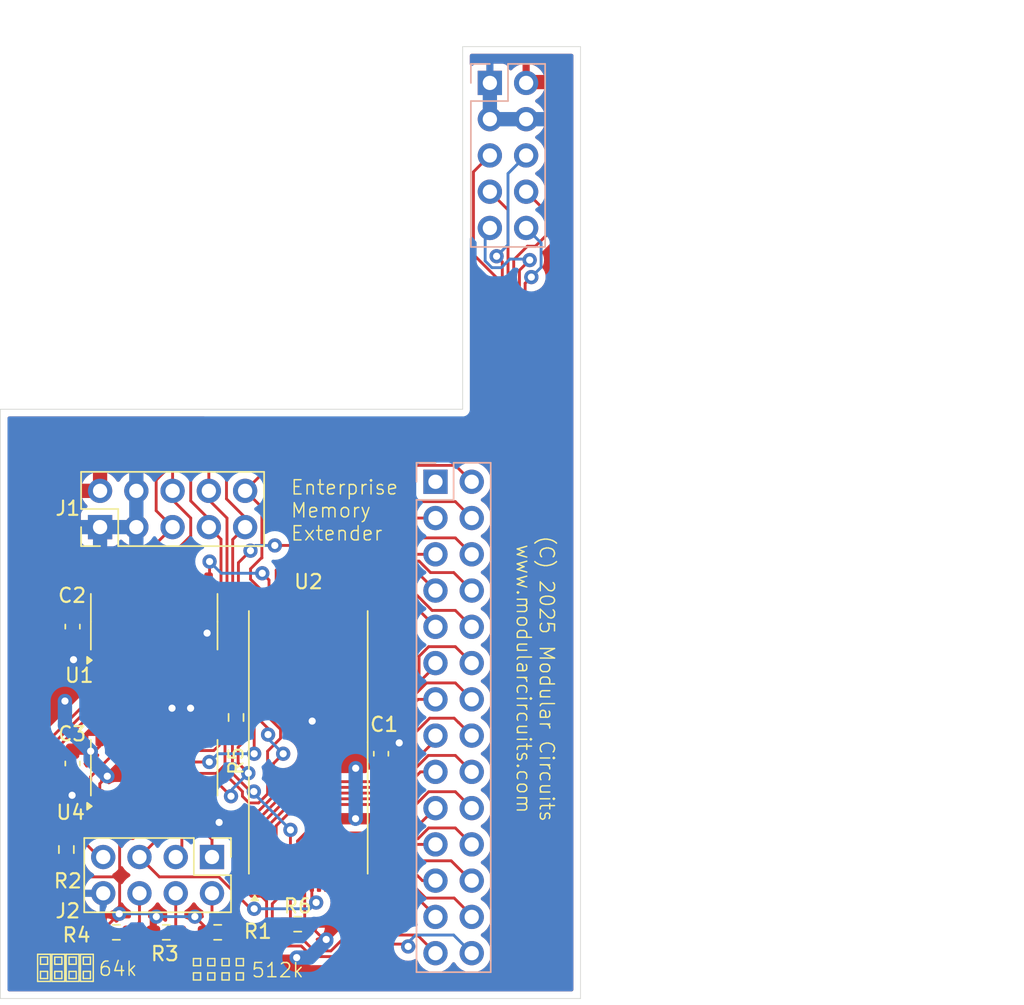
<source format=kicad_pcb>
(kicad_pcb (version 20240108) (generator "pcbnew") (generator_version "8.0")
  (layers (0 "F.Cu" signal) (31 "B.Cu" signal) (34 "B.Paste" user) (35 "F.Paste" user) (36 "B.SilkS" user "B.Silkscreen") (37 "F.SilkS" user "F.Silkscreen") (38 "B.Mask" user) (39 "F.Mask" user) (44 "Edge.Cuts" user))
  (net 0 "")
  (net 1 "GND")
  (net 2 "+5V")
  (net 3 "/A19")
  (net 4 "/~{WR}")
  (net 5 "/A16")
  (net 6 "/A17")
  (net 7 "/A18")
  (net 8 "/D6")
  (net 9 "/D7")
  (net 10 "/A1")
  (net 11 "/A10")
  (net 12 "/A15")
  (net 13 "/A4")
  (net 14 "/A8")
  (net 15 "/A14")
  (net 16 "/A20")
  (net 17 "/A11")
  (net 18 "/A0")
  (net 19 "/D1")
  (net 20 "/D3")
  (net 21 "/~{RD}")
  (net 22 "/A7")
  (net 23 "/D2")
  (net 24 "/D4")
  (net 25 "/A5")
  (net 26 "/D0")
  (net 27 "/D5")
  (net 28 "/A12")
  (net 29 "/A13")
  (net 30 "/A3")
  (net 31 "/A2")
  (net 32 "/A6")
  (net 33 "/A9")
  (net 34 "/A21")
  (net 35 "/~{MREQ}")
  (net 36 "/~{RFSH}")
  (net 37 "Net-(J2-Pin_2)")
  (net 38 "Net-(J2-Pin_1)")
  (net 39 "Net-(J2-Pin_7)")
  (net 40 "Net-(J2-Pin_4)")
  (net 41 "Net-(J2-Pin_6)")
  (net 42 "/~{CS}")
  (net 43 "Net-(U1-Pad6)")
  (net 45 "Net-(U1-Pad5)")
  (net 46 "/MA14")
  (footprint "Resistor_SMD:R_0603_1608Metric_Pad0.98x0.95mm_HandSolder" (layer "F.Cu") (at 153.959547 109.728 180)
    (property "Reference" "R6")
    (property "Value" "10k")
  )
  (footprint "mem_ext_board:TSOP-I-32_11-18.4x8mm_P0.5mm" (layer "F.Cu") (at 154.701547 96.9925 90)
    (property "Reference" "U2")
    (property "Value" "AS6C1008-xxT")
  )
  (footprint "Resistor_SMD:R_0603_1608Metric_Pad0.98x0.95mm_HandSolder" (layer "F.Cu") (at 148.356547 110.3)
    (property "Reference" "R1")
    (property "Value" "10k")
  )
  (footprint "Package_SO:SO-14_3.9x8.65mm_P1.27mm" (layer "F.Cu") (at 143.906547 88.5425 90)
    (property "Reference" "U1")
    (property "Value" "74LS30")
  )
  (footprint "Package_SO:SO-14_3.9x8.65mm_P1.27mm" (layer "F.Cu") (at 143.906547 98.7675 90)
    (property "Reference" "U4")
    (property "Value" "74LS86")
  )
  (footprint "Resistor_SMD:R_0603_1608Metric_Pad0.98x0.95mm_HandSolder" (layer "F.Cu") (at 149.641547 95.25 -90)
    (property "Reference" "R5")
    (property "Value" "0")
  )
  (footprint "Connector_PinHeader_2.54mm:PinHeader_2x04_P2.54mm_Vertical" (layer "F.Cu") (at 147.956547 105.025 -90)
    (property "Reference" "J2")
    (property "Value" "Conn_02x02_Odd_Even")
  )
  (footprint "Capacitor_SMD:C_0603_1608Metric_Pad1.08x0.95mm_HandSolder" (layer "F.Cu") (at 138.191547 88.885 -90)
    (property "Reference" "C2")
    (property "Value" "1u")
  )
  (footprint "Resistor_SMD:R_0603_1608Metric_Pad0.98x0.95mm_HandSolder" (layer "F.Cu") (at 137.756547 104.5 90)
    (property "Reference" "R2")
    (property "Value" "10k")
  )
  (footprint "Resistor_SMD:R_0603_1608Metric_Pad0.98x0.95mm_HandSolder" (layer "F.Cu") (at 141.256547 110.3)
    (property "Reference" "R4")
    (property "Value" "10k")
  )
  (footprint "Capacitor_SMD:C_0603_1608Metric_Pad1.08x0.95mm_HandSolder" (layer "F.Cu") (at 159.801547 97.79 90)
    (property "Reference" "C1")
    (property "Value" "1u")
  )
  (footprint "Resistor_SMD:R_0603_1608Metric_Pad0.98x0.95mm_HandSolder" (layer "F.Cu") (at 144.756547 110.3)
    (property "Reference" "R3")
    (property "Value" "10k")
  )
  (footprint "Capacitor_SMD:C_0603_1608Metric_Pad1.08x0.95mm_HandSolder" (layer "F.Cu") (at 138.191547 98.475 -90)
    (property "Reference" "C3")
    (property "Value" "1u")
  )
  (footprint "Connector_PinHeader_2.54mm:PinHeader_2x05_P2.54mm_Vertical" (layer "F.Cu") (at 140.116547 81.915 90)
    (property "Reference" "J1")
    (property "Value" "Conn_02x05_Odd_Even")
  )
  (footprint "Connector_PinSocket_2.54mm:PinSocket_2x05_P2.54mm_Vertical" (layer "B.Cu") (at 167.421547 50.8 180)
    (property "Reference" "J4" (hide yes))
    (property "Value" "Conn_02x05_Odd_Even")
  )
  (footprint "Connector_PinSocket_2.54mm:PinSocket_2x14_P2.54mm_Vertical" (layer "B.Cu") (at 163.611547 78.74 180)
    (property "Reference" "J3" (hide yes))
    (property "Value" "Conn_02x16_Row_Letter_First")
  )
  (gr_line (start 149.157547 113.638) (end 149.157547 113.138) (stroke (width 0.1)) (layer "F.SilkS"))
  (gr_line (start 147.157547 113.638) (end 147.157547 113.138) (stroke (width 0.1)) (layer "F.SilkS"))
  (gr_line (start 138.641547 113.738) (end 138.641547 111.838) (stroke (width 0.1)) (layer "F.SilkS"))
  (gr_line (start 137.941547 112.038) (end 137.941547 112.538) (stroke (width 0.1)) (layer "F.SilkS"))
  (gr_line (start 137.941547 112.538) (end 138.441547 112.538) (stroke (width 0.1)) (layer "F.SilkS"))
  (gr_line (start 147.657547 112.138) (end 147.657547 112.638) (stroke (width 0.1)) (layer "F.SilkS"))
  (gr_line (start 150.157547 113.138) (end 149.657547 113.138) (stroke (width 0.1)) (layer "F.SilkS"))
  (gr_line (start 138.941547 113.538) (end 139.441547 113.538) (stroke (width 0.1)) (layer "F.SilkS"))
  (gr_line (start 139.441547 112.038) (end 138.941547 112.038) (stroke (width 0.1)) (layer "F.SilkS"))
  (gr_line (start 139.441547 112.538) (end 139.441547 112.038) (stroke (width 0.1)) (layer "F.SilkS"))
  (gr_line (start 135.741547 113.738) (end 136.641547 113.738) (stroke (width 0.1)) (layer "F.SilkS"))
  (gr_line (start 137.741547 111.838) (end 137.741547 113.738) (stroke (width 0.1)) (layer "F.SilkS"))
  (gr_line (start 135.941547 112.538) (end 136.441547 112.538) (stroke (width 0.1)) (layer "F.SilkS"))
  (gr_line (start 147.157547 113.138) (end 146.657547 113.138) (stroke (width 0.1)) (layer "F.SilkS"))
  (gr_line (start 138.441547 113.538) (end 138.441547 113.038) (stroke (width 0.1)) (layer "F.SilkS"))
  (gr_line (start 137.441547 112.038) (end 136.941547 112.038) (stroke (width 0.1)) (layer "F.SilkS"))
  (gr_line (start 137.941547 113.538) (end 138.441547 113.538) (stroke (width 0.1)) (layer "F.SilkS"))
  (gr_line (start 138.441547 112.038) (end 137.941547 112.038) (stroke (width 0.1)) (layer "F.SilkS"))
  (gr_line (start 136.741547 113.738) (end 137.641547 113.738) (stroke (width 0.1)) (layer "F.SilkS"))
  (gr_line (start 135.941547 112.038) (end 135.941547 112.538) (stroke (width 0.1)) (layer "F.SilkS"))
  (gr_line (start 139.641547 111.838) (end 138.741547 111.838) (stroke (width 0.1)) (layer "F.SilkS"))
  (gr_line (start 149.157547 112.638) (end 149.157547 112.138) (stroke (width 0.1)) (layer "F.SilkS"))
  (gr_line (start 150.157547 113.638) (end 150.157547 113.138) (stroke (width 0.1)) (layer "F.SilkS"))
  (gr_line (start 147.157547 112.138) (end 146.657547 112.138) (stroke (width 0.1)) (layer "F.SilkS"))
  (gr_line (start 146.657547 112.638) (end 147.157547 112.638) (stroke (width 0.1)) (layer "F.SilkS"))
  (gr_line (start 147.657547 112.638) (end 148.157547 112.638) (stroke (width 0.1)) (layer "F.SilkS"))
  (gr_line (start 138.941547 112.538) (end 139.441547 112.538) (stroke (width 0.1)) (layer "F.SilkS"))
  (gr_line (start 138.741547 113.738) (end 139.641547 113.738) (stroke (width 0.1)) (layer "F.SilkS"))
  (gr_line (start 138.741547 111.838) (end 138.741547 113.738) (stroke (width 0.1)) (layer "F.SilkS"))
  (gr_line (start 147.157547 112.638) (end 147.157547 112.138) (stroke (width 0.1)) (layer "F.SilkS"))
  (gr_line (start 135.941547 113.538) (end 136.441547 113.538) (stroke (width 0.1)) (layer "F.SilkS"))
  (gr_line (start 139.441547 113.038) (end 138.941547 113.038) (stroke (width 0.1)) (layer "F.SilkS"))
  (gr_line (start 149.657547 112.638) (end 150.157547 112.638) (stroke (width 0.1)) (layer "F.SilkS"))
  (gr_line (start 136.441547 112.538) (end 136.441547 112.038) (stroke (width 0.1)) (layer "F.SilkS"))
  (gr_line (start 137.441547 113.538) (end 137.441547 113.038) (stroke (width 0.1)) (layer "F.SilkS"))
  (gr_line (start 136.641547 111.838) (end 135.741547 111.838) (stroke (width 0.1)) (layer "F.SilkS"))
  (gr_line (start 137.941547 113.038) (end 137.941547 113.538) (stroke (width 0.1)) (layer "F.SilkS"))
  (gr_line (start 148.157547 113.138) (end 147.657547 113.138) (stroke (width 0.1)) (layer "F.SilkS"))
  (gr_line (start 149.657547 113.138) (end 149.657547 113.638) (stroke (width 0.1)) (layer "F.SilkS"))
  (gr_line (start 135.941547 113.038) (end 135.941547 113.538) (stroke (width 0.1)) (layer "F.SilkS"))
  (gr_line (start 137.441547 112.538) (end 137.441547 112.038) (stroke (width 0.1)) (layer "F.SilkS"))
  (gr_line (start 147.657547 113.638) (end 148.157547 113.638) (stroke (width 0.1)) (layer "F.SilkS"))
  (gr_line (start 149.157547 112.138) (end 148.657547 112.138) (stroke (width 0.1)) (layer "F.SilkS"))
  (gr_line (start 136.741547 111.838) (end 136.741547 113.738) (stroke (width 0.1)) (layer "F.SilkS"))
  (gr_line (start 136.941547 113.038) (end 136.941547 113.538) (stroke (width 0.1)) (layer "F.SilkS"))
  (gr_line (start 138.441547 112.538) (end 138.441547 112.038) (stroke (width 0.1)) (layer "F.SilkS"))
  (gr_line (start 149.657547 112.138) (end 149.657547 112.638) (stroke (width 0.1)) (layer "F.SilkS"))
  (gr_line (start 147.657547 113.138) (end 147.657547 113.638) (stroke (width 0.1)) (layer "F.SilkS"))
  (gr_line (start 138.941547 113.038) (end 138.941547 113.538) (stroke (width 0.1)) (layer "F.SilkS"))
  (gr_line (start 138.941547 112.038) (end 138.941547 112.538) (stroke (width 0.1)) (layer "F.SilkS"))
  (gr_line (start 137.741547 113.738) (end 138.641547 113.738) (stroke (width 0.1)) (layer "F.SilkS"))
  (gr_line (start 148.157547 112.138) (end 147.657547 112.138) (stroke (width 0.1)) (layer "F.SilkS"))
  (gr_line (start 136.641547 113.738) (end 136.641547 111.838) (stroke (width 0.1)) (layer "F.SilkS"))
  (gr_line (start 148.157547 112.638) (end 148.157547 112.138) (stroke (width 0.1)) (layer "F.SilkS"))
  (gr_line (start 139.641547 113.738) (end 139.641547 111.838) (stroke (width 0.1)) (layer "F.SilkS"))
  (gr_line (start 148.657547 112.138) (end 148.657547 112.638) (stroke (width 0.1)) (layer "F.SilkS"))
  (gr_line (start 150.157547 112.138) (end 149.657547 112.138) (stroke (width 0.1)) (layer "F.SilkS"))
  (gr_line (start 137.641547 111.838) (end 136.741547 111.838) (stroke (width 0.1)) (layer "F.SilkS"))
  (gr_line (start 136.441547 112.038) (end 135.941547 112.038) (stroke (width 0.1)) (layer "F.SilkS"))
  (gr_line (start 139.441547 113.538) (end 139.441547 113.038) (stroke (width 0.1)) (layer "F.SilkS"))
  (gr_line (start 136.941547 112.038) (end 136.941547 112.538) (stroke (width 0.1)) (layer "F.SilkS"))
  (gr_line (start 149.657547 113.638) (end 150.157547 113.638) (stroke (width 0.1)) (layer "F.SilkS"))
  (gr_line (start 135.741547 111.838) (end 135.741547 113.738) (stroke (width 0.1)) (layer "F.SilkS"))
  (gr_line (start 136.941547 112.538) (end 137.441547 112.538) (stroke (width 0.1)) (layer "F.SilkS"))
  (gr_line (start 148.657547 113.638) (end 149.157547 113.638) (stroke (width 0.1)) (layer "F.SilkS"))
  (gr_line (start 138.441547 113.038) (end 137.941547 113.038) (stroke (width 0.1)) (layer "F.SilkS"))
  (gr_line (start 137.441547 113.038) (end 136.941547 113.038) (stroke (width 0.1)) (layer "F.SilkS"))
  (gr_line (start 146.657547 113.638) (end 147.157547 113.638) (stroke (width 0.1)) (layer "F.SilkS"))
  (gr_line (start 149.157547 113.138) (end 148.657547 113.138) (stroke (width 0.1)) (layer "F.SilkS"))
  (gr_line (start 146.657547 113.138) (end 146.657547 113.638) (stroke (width 0.1)) (layer "F.SilkS"))
  (gr_line (start 138.641547 111.838) (end 137.741547 111.838) (stroke (width 0.1)) (layer "F.SilkS"))
  (gr_line (start 148.657547 113.138) (end 148.657547 113.638) (stroke (width 0.1)) (layer "F.SilkS"))
  (gr_line (start 150.157547 112.638) (end 150.157547 112.138) (stroke (width 0.1)) (layer "F.SilkS"))
  (gr_line (start 148.657547 112.638) (end 149.157547 112.638) (stroke (width 0.1)) (layer "F.SilkS"))
  (gr_line (start 136.441547 113.038) (end 135.941547 113.038) (stroke (width 0.1)) (layer "F.SilkS"))
  (gr_line (start 136.941547 113.538) (end 137.441547 113.538) (stroke (width 0.1)) (layer "F.SilkS"))
  (gr_line (start 137.641547 113.738) (end 137.641547 111.838) (stroke (width 0.1)) (layer "F.SilkS"))
  (gr_line (start 146.657547 112.138) (end 146.657547 112.638) (stroke (width 0.1)) (layer "F.SilkS"))
  (gr_line (start 148.157547 113.638) (end 148.157547 113.138) (stroke (width 0.1)) (layer "F.SilkS"))
  (gr_line (start 136.441547 113.538) (end 136.441547 113.038) (stroke (width 0.1)) (layer "F.SilkS"))
  (gr_line (start 165.516547 73.66) (end 165.516547 48.26) (stroke (width 0.05)) (layer "Edge.Cuts"))
  (gr_line (start 173.771547 48.26) (end 173.771547 114.935) (stroke (width 0.05)) (layer "Edge.Cuts"))
  (gr_line (start 165.516547 48.26) (end 173.771547 48.26) (stroke (width 0.05)) (layer "Edge.Cuts"))
  (gr_line (start 165.516547 73.66) (end 133.131547 73.66) (stroke (width 0.05)) (layer "Edge.Cuts"))
  (gr_line (start 173.771547 114.935) (end 133.131547 114.935) (stroke (width 0.05)) (layer "Edge.Cuts"))
  (gr_line (start 133.131547 73.66) (end 133.131547 114.935) (stroke (width 0.05)) (layer "Edge.Cuts"))
  (gr_text "(C) 2025 Modular Circuits\nwww.modularcircuits.com" (at 169.211547 92.54 270) (layer "F.SilkS") (effects (font (size 1 1) (thickness 0.1)) (justify bottom)))
  (gr_text "512k" (at 150.657547 113.538 0) (layer "F.SilkS") (effects (font (size 1 1) (thickness 0.1)) (justify left bottom)))
  (gr_text "Enterprise\nMemory\nExtender" (at 153.411547 82.94 0) (layer "F.SilkS") (effects (font (size 1 1) (thickness 0.1)) (justify left bottom)))
  (gr_text "64k" (at 139.941547 113.438 0) (layer "F.SilkS") (effects (font (size 1 1) (thickness 0.1)) (justify left bottom)))
  (segment (start 147.716547 101.86) (end 148.456547 102.6) (width 0.2) (layer "F.Cu") (net 1))
  (segment (start 161.071547 97.028) (end 160.971047 96.9275) (width 0.2) (layer "F.Cu") (net 1))
  (segment (start 138.191547 99.3375) (end 138.191547 100.665) (width 0.2) (layer "F.Cu") (net 1))
  (segment (start 138.191547 91.135) (end 138.256547 91.2) (width 0.2) (layer "F.Cu") (net 1))
  (segment (start 147.716547 89.445) (end 147.716547 91.0175) (width 0.2) (layer "F.Cu") (net 1))
  (segment (start 154.966346 95.494799) (end 154.975547 95.504) (width 0.2) (layer "F.Cu") (net 1))
  (segment (start 146.446547 96.2925) (end 146.446547 94.61) (width 0.2) (layer "F.Cu") (net 1))
  (segment (start 147.716547 101.2425) (end 147.716547 101.86) (width 0.2) (layer "F.Cu") (net 1))
  (segment (start 147.611547 89.34) (end 147.716547 89.445) (width 0.2) (layer "F.Cu") (net 1))
  (segment (start 154.966346 93.80858) (end 154.966346 87.319799) (width 0.2) (layer "F.Cu") (net 1))
  (segment (start 154.966346 93.80858) (end 154.966346 95.494799) (width 0.2) (layer "F.Cu") (net 1))
  (segment (start 160.971047 96.9275) (end 159.801547 96.9275) (width 0.2) (layer "F.Cu") (net 1))
  (segment (start 146.446547 94.61) (end 146.456547 94.6) (width 0.2) (layer "F.Cu") (net 1))
  (segment (start 138.191547 100.665) (end 138.156547 100.7) (width 0.2) (layer "F.Cu") (net 1))
  (segment (start 154.966346 87.319799) (end 154.951547 87.305) (width 0.2) (layer "F.Cu") (net 1))
  (segment (start 138.191547 89.7475) (end 138.191547 91.135) (width 0.2) (layer "F.Cu") (net 1))
  (segment (start 145.176547 94.62) (end 145.156547 94.6) (width 0.2) (layer "F.Cu") (net 1))
  (segment (start 145.176547 96.2925) (end 145.176547 94.62) (width 0.2) (layer "F.Cu") (net 1))
  (via (at 138.156547 100.7) (size 1) (drill 0.5) (layers "F.Cu" "B.Cu") (net 1))
  (via (at 161.071547 97.028) (size 1) (drill 0.5) (layers "F.Cu" "B.Cu") (net 1))
  (via (at 146.456547 94.6) (size 1) (drill 0.5) (layers "F.Cu" "B.Cu") (net 1))
  (via (at 138.256547 91.2) (size 1) (drill 0.5) (layers "F.Cu" "B.Cu") (net 1))
  (via (at 154.975547 95.504) (size 1) (drill 0.5) (layers "F.Cu" "B.Cu") (net 1))
  (via (at 147.611547 89.34) (size 1) (drill 0.5) (layers "F.Cu" "B.Cu") (net 1))
  (via (at 148.456547 102.6) (size 1) (drill 0.5) (layers "F.Cu" "B.Cu") (net 1))
  (via (at 145.156547 94.6) (size 1) (drill 0.5) (layers "F.Cu" "B.Cu") (net 1))
  (segment (start 142.656547 79.375) (end 142.656547 76.835) (width 1) (layer "B.Cu") (net 1))
  (segment (start 140.116547 81.915) (end 137.576547 81.915) (width 1) (layer "B.Cu") (net 1))
  (segment (start 142.656547 79.375) (end 142.656547 81.915) (width 1) (layer "B.Cu") (net 1))
  (segment (start 167.421547 53.34) (end 172.011547 53.34) (width 1) (layer "B.Cu") (net 1))
  (segment (start 140.116547 81.915) (end 140.116547 83.82) (width 1) (layer "B.Cu") (net 1))
  (segment (start 167.421547 50.8) (end 167.421547 53.34) (width 1) (layer "B.Cu") (net 1))
  (segment (start 142.656547 81.915) (end 140.116547 81.915) (width 1) (layer "B.Cu") (net 1))
  (segment (start 142.656547 81.915) (end 142.656547 83.82) (width 1) (layer "B.Cu") (net 1))
  (segment (start 155.956547 110.8) (end 155.793547 110.8) (width 0.2) (layer "F.Cu") (net 2))
  (segment (start 154.451547 109.458) (end 154.975547 109.982) (width 0.2) (layer "F.Cu") (net 2))
  (segment (start 140.096547 97.26) (end 140.096547 96.2925) (width 0.2) (layer "F.Cu") (net 2))
  (segment (start 147.444047 110.3) (end 147.444047 109.8875) (width 0.2) (layer "F.Cu") (net 2))
  (segment (start 141.456547 109) (end 141.456547 108.685) (width 0.2) (layer "F.Cu") (net 2))
  (segment (start 141.486547 106.79) (end 141.486547 108.97) (width 0.2) (layer "F.Cu") (net 2))
  (segment (start 139.744047 97.6125) (end 140.096547 97.26) (width 0.2) (layer "F.Cu") (net 2))
  (segment (start 140.096547 102.34) (end 141.486547 103.73) (width 0.2) (layer "F.Cu") (net 2))
  (segment (start 143.906547 101.2425) (end 143.906547 102.25) (width 0.2) (layer "F.Cu") (net 2))
  (segment (start 143.906547 102.25) (end 142.426547 103.73) (width 0.2) (layer "F.Cu") (net 2))
  (segment (start 170.021547 50.74) (end 172.111547 50.74) (width 1) (layer "F.Cu") (net 2))
  (segment (start 140.344047 110.3) (end 140.344047 110.1125) (width 0.2) (layer "F.Cu") (net 2))
  (segment (start 139.434047 88.0225) (end 140.096547 87.36) (width 0.2) (layer "F.Cu") (net 2))
  (segment (start 158.021547 98.806) (end 158.175047 98.6525) (width 0.2) (layer "F.Cu") (net 2))
  (segment (start 140.096547 99.891372) (end 140.622233 99.365686) (width 0.2) (layer "F.Cu") (net 2))
  (segment (start 141.486547 108.97) (end 141.456547 109) (width 0.2) (layer "F.Cu") (net 2))
  (segment (start 155.793547 110.8) (end 154.975547 109.982) (width 0.2) (layer "F.Cu") (net 2))
  (segment (start 141.111547 106.415) (end 141.486547 106.79) (width 0.2) (layer "F.Cu") (net 2))
  (segment (start 140.116547 79.375) (end 140.116547 76.835) (width 1) (layer "F.Cu") (net 2))
  (segment (start 140.344047 110.1125) (end 141.456547 109) (width 0.2) (layer "F.Cu") (net 2))
  (segment (start 158.011547 102.34) (end 156.775547 102.34) (width 0.2) (layer "F.Cu") (net 2))
  (segment (start 138.191547 97.6125) (end 139.744047 97.6125) (width 0.2) (layer "F.Cu") (net 2))
  (segment (start 154.451547 106.68) (end 154.451547 109.458) (width 0.2) (layer "F.Cu") (net 2))
  (segment (start 140.096547 87.36) (end 140.096547 86.0675) (width 0.2) (layer "F.Cu") (net 2))
  (segment (start 143.844047 110.3) (end 143.844047 109.4125) (width 0.2) (layer "F.Cu") (net 2))
  (segment (start 169.961547 50.8) (end 170.021547 50.74) (width 1) (layer "F.Cu") (net 2))
  (segment (start 154.451547 104.664) (end 154.451547 106.68) (width 0.2) (layer "F.Cu") (net 2))
  (segment (start 158.175047 98.6525) (end 159.801547 98.6525) (width 0.2) (layer "F.Cu") (net 2))
  (segment (start 147.444047 109.8875) (end 146.756547 109.2) (width 0.2) (layer "F.Cu") (net 2))
  (segment (start 138.759047 106.415) (end 141.111547 106.415) (width 0.2) (layer "F.Cu") (net 2))
  (segment (start 140.116547 79.375) (end 136.941547 79.375) (width 1) (layer "F.Cu") (net 2))
  (segment (start 138.191547 88.0225) (end 139.434047 88.0225) (width 0.2) (layer "F.Cu") (net 2))
  (segment (start 137.756547 105.4125) (end 138.759047 106.415) (width 0.2) (layer "F.Cu") (net 2))
  (segment (start 143.844047 109.4125) (end 144.056547 109.2) (width 0.2) (layer "F.Cu") (net 2))
  (segment (start 140.096547 91.0175) (end 140.096547 88.685) (width 0.2) (layer "F.Cu") (net 2))
  (segment (start 141.111547 106.415) (end 141.486547 106.04) (width 0.2) (layer "F.Cu") (net 2))
  (segment (start 141.486547 103.73) (end 141.486547 106.04) (width 0.2) (layer "F.Cu") (net 2))
  (segment (start 156.775547 102.34) (end 154.451547 104.664) (width 0.2) (layer "F.Cu") (net 2))
  (segment (start 140.096547 101.2425) (end 140.096547 99.891372) (width 0.2) (layer "F.Cu") (net 2))
  (segment (start 142.426547 103.73) (end 141.486547 103.73) (width 0.2) (layer "F.Cu") (net 2))
  (segment (start 140.096547 101.2425) (end 140.096547 102.34) (width 0.2) (layer "F.Cu") (net 2))
  (segment (start 140.096547 88.685) (end 139.434047 88.0225) (width 0.2) (layer "F.Cu") (net 2))
  (via (at 158.011547 102.34) (size 1) (drill 0.5) (layers "F.Cu" "B.Cu") (net 2))
  (via (at 141.456547 109) (size 1) (drill 0.5) (layers "F.Cu" "B.Cu") (net 2))
  (via (at 144.056547 109.2) (size 1) (drill 0.5) (layers "F.Cu" "B.Cu") (net 2))
  (via (at 140.622233 99.365686) (size 1) (drill 0.5) (layers "F.Cu" "B.Cu") (net 2))
  (via (at 155.956547 110.8) (size 1) (drill 0.5) (layers "F.Cu" "B.Cu") (net 2))
  (via (at 139.456547 97.6125) (size 1) (drill 0.5) (layers "F.Cu" "B.Cu") (net 2))
  (via (at 137.656547 94.1) (size 1) (drill 0.5) (layers "F.Cu" "B.Cu") (net 2))
  (via (at 146.756547 109.2) (size 1) (drill 0.5) (layers "F.Cu" "B.Cu") (net 2))
  (via (at 158.021547 98.806) (size 1) (drill 0.5) (layers "F.Cu" "B.Cu") (net 2))
  (via (at 153.888406 112.068141) (size 1) (drill 0.5) (layers "F.Cu" "B.Cu") (net 2))
  (segment (start 153.888406 112.068141) (end 154.788406 112.068141) (width 1) (layer "B.Cu") (net 2))
  (segment (start 139.456547 97.6125) (end 139.456547 98.2) (width 1) (layer "B.Cu") (net 2))
  (segment (start 137.656547 95.8125) (end 137.656547 94.1) (width 1) (layer "B.Cu") (net 2))
  (segment (start 139.456547 97.6125) (end 137.656547 95.8125) (width 1) (layer "B.Cu") (net 2))
  (segment (start 154.788406 112.068141) (end 155.956547 110.9) (width 1) (layer "B.Cu") (net 2))
  (segment (start 139.456547 98.2) (end 140.622233 99.365686) (width 1) (layer "B.Cu") (net 2))
  (segment (start 146.756547 109.2) (end 144.056547 109.2) (width 0.2) (layer "B.Cu") (net 2))
  (segment (start 158.011547 102.34) (end 158.021547 102.33) (width 1) (layer "B.Cu") (net 2))
  (segment (start 155.956547 110.9) (end 155.956547 110.8) (width 1) (layer "B.Cu") (net 2))
  (segment (start 143.856547 109) (end 144.056547 109.2) (width 0.2) (layer "B.Cu") (net 2))
  (segment (start 141.456547 109) (end 143.856547 109) (width 0.2) (layer "B.Cu") (net 2))
  (segment (start 158.021547 102.33) (end 158.021547 98.806) (width 1) (layer "B.Cu") (net 2))
  (segment (start 148.586547 91.987) (end 148.586547 92.556592) (width 0.2) (layer "F.Cu") (net 3))
  (segment (start 146.466547 78.105) (end 148.841547 75.73) (width 0.2) (layer "F.Cu") (net 3))
  (segment (start 148.086047 97.5675) (end 143.323047 97.5675) (width 0.2) (layer "F.Cu") (net 3))
  (segment (start 148.841547 75.73) (end 166.125175 75.73) (width 0.2) (layer "F.Cu") (net 3))
  (segment (start 148.466547 92.676592) (end 148.466547 97.187) (width 0.2) (layer "F.Cu") (net 3))
  (segment (start 147.736547 81.349314) (end 146.466547 80.079314) (width 0.2) (layer "F.Cu") (net 3))
  (segment (start 147.736547 81.915) (end 148.586547 82.765) (width 0.2) (layer "F.Cu") (net 3))
  (segment (start 168.691547 59.69) (end 167.421547 58.42) (width 0.2) (layer "F.Cu") (net 3))
  (segment (start 142.636547 96.881) (end 142.636547 96.2925) (width 0.2) (layer "F.Cu") (net 3))
  (segment (start 168.691547 73.163628) (end 168.691547 59.69) (width 0.2) (layer "F.Cu") (net 3))
  (segment (start 166.125175 75.73) (end 168.691547 73.163628) (width 0.2) (layer "F.Cu") (net 3))
  (segment (start 148.586547 82.765) (end 148.586547 91.987) (width 0.2) (layer "F.Cu") (net 3))
  (segment (start 146.466547 80.079314) (end 146.466547 78.105) (width 0.2) (layer "F.Cu") (net 3))
  (segment (start 148.466547 97.187) (end 148.086047 97.5675) (width 0.2) (layer "F.Cu") (net 3))
  (segment (start 147.736547 81.915) (end 147.736547 81.349314) (width 0.2) (layer "F.Cu") (net 3))
  (segment (start 143.323047 97.5675) (end 142.636547 96.881) (width 0.2) (layer "F.Cu") (net 3))
  (segment (start 148.586547 92.556592) (end 148.466547 92.676592) (width 0.2) (layer "F.Cu") (net 3))
  (segment (start 152.181547 110.267222) (end 152.181547 108.299314) (width 0.2) (layer "F.Cu") (net 4))
  (segment (start 154.364435 110.847112) (end 152.761437 110.847112) (width 0.2) (layer "F.Cu") (net 4))
  (segment (start 156.287918 111.6) (end 155.117323 111.6) (width 0.2) (layer "F.Cu") (net 4))
  (segment (start 152.761437 110.847112) (end 152.181547 110.267222) (width 0.2) (layer "F.Cu") (net 4))
  (segment (start 152.181547 108.299314) (end 152.951547 107.529314) (width 0.2) (layer "F.Cu") (net 4))
  (segment (start 157.397918 110.49) (end 156.287918 111.6) (width 0.2) (layer "F.Cu") (net 4))
  (segment (start 163.611547 111.76) (end 162.341547 110.49) (width 0.2) (layer "F.Cu") (net 4))
  (segment (start 162.341547 110.49) (end 157.397918 110.49) (width 0.2) (layer "F.Cu") (net 4))
  (segment (start 155.117323 111.6) (end 154.364435 110.847112) (width 0.2) (layer "F.Cu") (net 4))
  (segment (start 152.951547 107.529314) (end 152.951547 106.68) (width 0.2) (layer "F.Cu") (net 4))
  (segment (start 145.876048 99.568) (end 149.222054 99.568) (width 0.2) (layer "F.Cu") (net 5))
  (segment (start 151.851547 97.612) (end 152.756547 96.707) (width 0.2) (layer "F.Cu") (net 5))
  (segment (start 150.657547 85.566) (end 151.451547 86.36) (width 0.2) (layer "F.Cu") (net 5))
  (segment (start 150.657547 84.836) (end 150.657547 85.566) (width 0.2) (layer "F.Cu") (net 5))
  (segment (start 166.621547 77) (end 152.651547 77) (width 0.2) (layer "F.Cu") (net 5))
  (segment (start 169.891547 73.73) (end 166.621547 77) (width 0.2) (layer "F.Cu") (net 5))
  (segment (start 150.296547 79.375) (end 151.451547 80.53) (width 0.2) (layer "F.Cu") (net 5))
  (segment (start 152.756547 96.707) (end 152.756547 96.079) (width 0.2) (layer "F.Cu") (net 5))
  (segment (start 151.419547 84.074) (end 150.657547 84.836) (width 0.2) (layer "F.Cu") (net 5))
  (segment (start 145.176547 100.267501) (end 145.876048 99.568) (width 0.2) (layer "F.Cu") (net 5))
  (segment (start 145.176547 101.2425) (end 145.176547 100.267501) (width 0.2) (layer "F.Cu") (net 5))
  (segment (start 151.851547 100.604999) (end 151.851547 97.612) (width 0.2) (layer "F.Cu") (net 5))
  (segment (start 150.55699 101.236814) (end 151.219732 101.236814) (width 0.2) (layer "F.Cu") (net 5))
  (segment (start 170.325972 64.401857) (end 169.891547 64.836282) (width 0.2) (layer "F.Cu") (net 5))
  (segment (start 151.451547 86.36) (end 151.451547 87.305) (width 0.2) (layer "F.Cu") (net 5))
  (segment (start 151.451547 80.53) (end 151.451547 84.074) (width 0.2) (layer "F.Cu") (net 5))
  (segment (start 150.088361 100.768185) (end 150.55699 101.236814) (width 0.2) (layer "F.Cu") (net 5))
  (segment (start 151.219732 101.236814) (end 151.851547 100.604999) (width 0.2) (layer "F.Cu") (net 5))
  (segment (start 151.451547 94.774) (end 151.451547 87.305) (width 0.2) (layer "F.Cu") (net 5))
  (segment (start 151.451547 84.074) (end 151.419547 84.074) (width 0.2) (layer "F.Cu") (net 5))
  (segment (start 149.222054 99.568) (end 150.088361 100.434307) (width 0.2) (layer "F.Cu") (net 5))
  (segment (start 169.891547 64.836282) (end 169.891547 73.73) (width 0.2) (layer "F.Cu") (net 5))
  (segment (start 150.088361 100.434307) (end 150.088361 100.768185) (width 0.2) (layer "F.Cu") (net 5))
  (segment (start 152.756547 96.079) (end 151.451547 94.774) (width 0.2) (layer "F.Cu") (net 5))
  (segment (start 152.651547 77) (end 150.276547 79.375) (width 0.2) (layer "F.Cu") (net 5))
  (segment (start 150.276547 79.375) (end 150.296547 79.375) (width 0.2) (layer "F.Cu") (net 5))
  (via (at 170.325972 64.401857) (size 1) (drill 0.5) (layers "F.Cu" "B.Cu") (net 5))
  (segment (start 171.009733 62.008186) (end 169.961547 60.96) (width 0.2) (layer "B.Cu") (net 5))
  (segment (start 170.325972 64.401857) (end 171.009733 63.718096) (width 0.2) (layer "B.Cu") (net 5))
  (segment (start 171.009733 63.718096) (end 171.009733 62.008186) (width 0.2) (layer "B.Cu") (net 5))
  (segment (start 150.416547 96.701361) (end 150.416547 95.683278) (width 0.2) (layer "F.Cu") (net 6))
  (segment (start 148.97189 79.936689) (end 150.276547 81.241346) (width 0.2) (layer "F.Cu") (net 6))
  (segment (start 150.394047 76.6) (end 148.97189 78.022157) (width 0.2) (layer "F.Cu") (net 6))
  (segment (start 150.276547 81.915) (end 149.406547 82.785) (width 0.2) (layer "F.Cu") (net 6))
  (segment (start 149.787547 97.330361) (end 150.416547 96.701361) (width 0.2) (layer "F.Cu") (net 6))
  (segment (start 149.406547 92.867963) (end 149.641547 93.102963) (width 0.2) (layer "F.Cu") (net 6))
  (segment (start 150.501357 99.147752) (end 149.787547 98.433942) (width 0.2) (layer "F.Cu") (net 6))
  (segment (start 166.386547 76.6) (end 150.394047 76.6) (width 0.2) (layer "F.Cu") (net 6))
  (segment (start 148.97189 78.022157) (end 148.97189 79.936689) (width 0.2) (layer "F.Cu") (net 6))
  (segment (start 149.288361 100.765678) (end 148.490183 99.9675) (width 0.2) (layer "F.Cu") (net 6))
  (segment (start 150.276547 81.241346) (end 150.276547 81.915) (width 0.2) (layer "F.Cu") (net 6))
  (segment (start 169.491547 73.495) (end 166.386547 76.6) (width 0.2) (layer "F.Cu") (net 6))
  (segment (start 149.641547 93.102963) (end 149.641547 94.3375) (width 0.2) (layer "F.Cu") (net 6))
  (segment (start 149.641547 94.908278) (end 149.641547 94.3375) (width 0.2) (layer "F.Cu") (net 6))
  (segment (start 150.416547 95.683278) (end 149.641547 94.908278) (width 0.2) (layer "F.Cu") (net 6))
  (segment (start 149.406547 82.785) (end 149.406547 92.867963) (width 0.2) (layer "F.Cu") (net 6))
  (segment (start 169.491547 63.925685) (end 169.491547 73.495) (width 0.2) (layer "F.Cu") (net 6))
  (segment (start 145.846547 100.226948) (end 145.846547 104.595) (width 0.2) (layer "F.Cu") (net 6))
  (segment (start 146.105995 99.9675) (end 145.846547 100.226948) (width 0.2) (layer "F.Cu") (net 6))
  (segment (start 149.787547 98.433942) (end 149.787547 97.330361) (width 0.2) (layer "F.Cu") (net 6))
  (segment (start 148.490183 99.9675) (end 146.105995 99.9675) (width 0.2) (layer "F.Cu") (net 6))
  (segment (start 170.209734 63.207498) (end 169.491547 63.925685) (width 0.2) (layer "F.Cu") (net 6))
  (segment (start 145.846547 104.595) (end 145.416547 105.025) (width 0.2) (layer "F.Cu") (net 6))
  (via (at 150.501357 99.147752) (size 1) (drill 0.5) (layers "F.Cu" "B.Cu") (net 6))
  (via (at 170.209734 63.207498) (size 1) (drill 0.5) (layers "F.Cu" "B.Cu") (net 6))
  (via (at 149.288361 100.765678) (size 1) (drill 0.5) (layers "F.Cu" "B.Cu") (net 6))
  (segment (start 167.560176 63.74) (end 167.091547 63.271371) (width 0.2) (layer "B.Cu") (net 6))
  (segment (start 168.822918 63.14) (end 168.222918 63.74) (width 0.2) (layer "B.Cu") (net 6))
  (segment (start 170.209734 63.207498) (end 170.142236 63.14) (width 0.2) (layer "B.Cu") (net 6))
  (segment (start 170.142236 63.14) (end 168.822918 63.14) (width 0.2) (layer "B.Cu") (net 6))
  (segment (start 167.091547 61.29) (end 167.421547 60.96) (width 0.2) (layer "B.Cu") (net 6))
  (segment (start 150.501357 99.147752) (end 149.387547 100.261562) (width 0.2) (layer "B.Cu") (net 6))
  (segment (start 167.091547 63.271371) (end 167.091547 61.29) (width 0.2) (layer "B.Cu") (net 6))
  (segment (start 149.387547 100.666492) (end 149.288361 100.765678) (width 0.2) (layer "B.Cu") (net 6))
  (segment (start 149.387547 100.261562) (end 149.387547 100.666492) (width 0.2) (layer "B.Cu") (net 6))
  (segment (start 168.222918 63.74) (end 167.560176 63.74) (width 0.2) (layer "B.Cu") (net 6))
  (segment (start 166.220861 76.2) (end 169.091547 73.329314) (width 0.2) (layer "F.Cu") (net 7))
  (segment (start 149.006547 76.2) (end 166.220861 76.2) (width 0.2) (layer "F.Cu") (net 7))
  (segment (start 150.667329 108.649436) (end 148.432893 106.415) (width 0.2) (layer "F.Cu") (net 7))
  (segment (start 169.091547 63.194314) (end 170.045861 62.24) (width 0.2) (layer "F.Cu") (net 7))
  (segment (start 144.266547 106.415) (end 142.876547 105.025) (width 0.2) (layer "F.Cu") (net 7))
  (segment (start 150.911547 108.649436) (end 150.667329 108.649436) (width 0.2) (layer "F.Cu") (net 7))
  (segment (start 148.866547 92.842278) (end 148.866547 98.565) (width 0.2) (layer "F.Cu") (net 7))
  (segment (start 145.635495 99.168) (end 144.576547 100.226948) (width 0.2) (layer "F.Cu") (net 7))
  (segment (start 148.866547 98.565) (end 148.263547 99.168) (width 0.2) (layer "F.Cu") (net 7))
  (segment (start 147.736547 79.375) (end 147.736547 77.47) (width 0.2) (layer "F.Cu") (net 7))
  (segment (start 154.951547 107.913) (end 154.951547 106.68) (width 0.2) (layer "F.Cu") (net 7))
  (segment (start 149.006547 92.702278) (end 148.866547 92.842278) (width 0.2) (layer "F.Cu") (net 7))
  (segment (start 147.736547 77.47) (end 149.006547 76.2) (width 0.2) (layer "F.Cu") (net 7))
  (segment (start 149.006547 81.28) (end 149.006547 92.702278) (width 0.2) (layer "F.Cu") (net 7))
  (segment (start 171.466547 61.385) (end 171.466547 59.925) (width 0.2) (layer "F.Cu") (net 7))
  (segment (start 148.263547 99.168) (end 145.635495 99.168) (width 0.2) (layer "F.Cu") (net 7))
  (segment (start 144.576547 100.226948) (end 144.576547 103.325) (width 0.2) (layer "F.Cu") (net 7))
  (segment (start 169.091547 73.329314) (end 169.091547 63.194314) (width 0.2) (layer "F.Cu") (net 7))
  (segment (start 170.611547 62.24) (end 171.466547 61.385) (width 0.2) (layer "F.Cu") (net 7))
  (segment (start 171.466547 59.925) (end 169.961547 58.42) (width 0.2) (layer "F.Cu") (net 7))
  (segment (start 144.576547 103.325) (end 142.876547 105.025) (width 0.2) (layer "F.Cu") (net 7))
  (segment (start 148.432893 106.415) (end 144.266547 106.415) (width 0.2) (layer "F.Cu") (net 7))
  (segment (start 170.045861 62.24) (end 170.611547 62.24) (width 0.2) (layer "F.Cu") (net 7))
  (segment (start 155.251547 108.213) (end 154.951547 107.913) (width 0.2) (layer "F.Cu") (net 7))
  (segment (start 147.736547 79.375) (end 147.736547 80.01) (width 0.2) (layer "F.Cu") (net 7))
  (segment (start 147.736547 80.01) (end 149.006547 81.28) (width 0.2) (layer "F.Cu") (net 7))
  (via (at 150.911547 108.649436) (size 1) (drill 0.5) (layers "F.Cu" "B.Cu") (net 7))
  (via (at 155.251547 108.213) (size 1) (drill 0.5) (layers "F.Cu" "B.Cu") (net 7))
  (segment (start 154.815111 108.649436) (end 150.911547 108.649436) (width 0.2) (layer "B.Cu") (net 7))
  (segment (start 155.251547 108.213) (end 154.815111 108.649436) (width 0.2) (layer "B.Cu") (net 7))
  (segment (start 152.951547 85.001372) (end 156.672919 81.28) (width 0.2) (layer "F.Cu") (net 8))
  (segment (start 152.951547 93.793781) (end 152.966346 93.80858) (width 0.2) (layer "F.Cu") (net 8))
  (segment (start 156.672919 81.28) (end 163.611547 81.28) (width 0.2) (layer "F.Cu") (net 8))
  (segment (start 152.951547 87.305) (end 152.951547 93.793781) (width 0.2) (layer "F.Cu") (net 8))
  (segment (start 152.951547 87.305) (end 152.951547 85.001372) (width 0.2) (layer "F.Cu") (net 8))
  (segment (start 152.451547 93.793781) (end 152.466346 93.80858) (width 0.2) (layer "F.Cu") (net 9))
  (segment (start 152.451547 87.305) (end 152.451547 84.935686) (width 0.2) (layer "F.Cu") (net 9))
  (segment (start 165.001547 80.13) (end 166.151547 81.28) (width 0.2) (layer "F.Cu") (net 9))
  (segment (start 157.257233 80.13) (end 165.001547 80.13) (width 0.2) (layer "F.Cu") (net 9))
  (segment (start 152.451547 87.305) (end 152.451547 93.793781) (width 0.2) (layer "F.Cu") (net 9))
  (segment (start 152.451547 84.935686) (end 157.257233 80.13) (width 0.2) (layer "F.Cu") (net 9))
  (segment (start 163.103547 97.91) (end 165.001547 97.91) (width 0.2) (layer "F.Cu") (net 10))
  (segment (start 151.951547 102.767744) (end 154.173291 100.546) (width 0.2) (layer "F.Cu") (net 10))
  (segment (start 165.001547 97.91) (end 166.151547 99.06) (width 0.2) (layer "F.Cu") (net 10))
  (segment (start 154.173291 100.546) (end 160.467547 100.546) (width 0.2) (layer "F.Cu") (net 10))
  (segment (start 160.467547 100.546) (end 163.103547 97.91) (width 0.2) (layer "F.Cu") (net 10))
  (segment (start 151.951547 106.68) (end 151.951547 102.767744) (width 0.2) (layer "F.Cu") (net 10))
  (segment (start 157.700067 104.94) (end 160.955861 104.94) (width 0.2) (layer "F.Cu") (net 11))
  (segment (start 162.695861 106.68) (end 163.611547 106.68) (width 0.2) (layer "F.Cu") (net 11))
  (segment (start 157.451547 105.18852) (end 157.700067 104.94) (width 0.2) (layer "F.Cu") (net 11))
  (segment (start 160.955861 104.94) (end 162.695861 106.68) (width 0.2) (layer "F.Cu") (net 11))
  (segment (start 157.451547 106.68) (end 157.451547 105.18852) (width 0.2) (layer "F.Cu") (net 11))
  (segment (start 153.951547 103.894) (end 156.499547 101.346) (width 0.2) (layer "F.Cu") (net 12))
  (segment (start 165.001547 100.45) (end 166.151547 101.6) (width 0.2) (layer "F.Cu") (net 12))
  (segment (start 162.239201 101.346) (end 163.135201 100.45) (width 0.2) (layer "F.Cu") (net 12))
  (segment (start 163.135201 100.45) (end 165.001547 100.45) (width 0.2) (layer "F.Cu") (net 12))
  (segment (start 156.499547 101.346) (end 162.239201 101.346) (width 0.2) (layer "F.Cu") (net 12))
  (segment (start 153.951547 106.68) (end 153.951547 103.894) (width 0.2) (layer "F.Cu") (net 12))
  (segment (start 158.160984 95.942) (end 160.437233 95.942) (width 0.2) (layer "F.Cu") (net 13))
  (segment (start 160.437233 95.942) (end 162.399233 93.98) (width 0.2) (layer "F.Cu") (net 13))
  (segment (start 156.951547 87.305) (end 156.951547 93.793781) (width 0.2) (layer "F.Cu") (net 13))
  (segment (start 156.966346 93.80858) (end 156.966346 94.747362) (width 0.2) (layer "F.Cu") (net 13))
  (segment (start 156.951547 93.793781) (end 156.966346 93.80858) (width 0.2) (layer "F.Cu") (net 13))
  (segment (start 156.966346 94.747362) (end 158.160984 95.942) (width 0.2) (layer "F.Cu") (net 13))
  (segment (start 162.399233 93.98) (end 163.611547 93.98) (width 0.2) (layer "F.Cu") (net 13))
  (segment (start 158.451547 106.68) (end 161.135861 106.68) (width 0.2) (layer "F.Cu") (net 14))
  (segment (start 163.611547 109.155686) (end 163.611547 109.22) (width 0.2) (layer "F.Cu") (net 14))
  (segment (start 161.135861 106.68) (end 163.611547 109.155686) (width 0.2) (layer "F.Cu") (net 14))
  (segment (start 155.451547 106.68) (end 155.451547 104.925776) (width 0.2) (layer "F.Cu") (net 15))
  (segment (start 157.037323 103.34) (end 161.871547 103.34) (width 0.2) (layer "F.Cu") (net 15))
  (segment (start 155.451547 104.925776) (end 157.037323 103.34) (width 0.2) (layer "F.Cu") (net 15))
  (segment (start 161.871547 103.34) (end 163.611547 101.6) (width 0.2) (layer "F.Cu") (net 15))
  (segment (start 145.196547 79.375) (end 145.196547 80.01) (width 0.2) (layer "F.Cu") (net 16))
  (segment (start 145.196547 80.01) (end 146.466547 81.28) (width 0.2) (layer "F.Cu") (net 16))
  (segment (start 165.959489 75.33) (end 147.902233 75.33) (width 0.2) (layer "F.Cu") (net 16))
  (segment (start 147.902233 75.33) (end 145.196547 78.035686) (width 0.2) (layer "F.Cu") (net 16))
  (segment (start 168.291547 63.34) (end 168.291547 72.997942) (width 0.2) (layer "F.Cu") (net 16))
  (segment (start 143.906547 85.092501) (end 143.906547 86.0675) (width 0.2) (layer "F.Cu") (net 16))
  (segment (start 167.891547 62.94) (end 168.291547 63.34) (width 0.2) (layer "F.Cu") (net 16))
  (segment (start 146.466547 81.28) (end 146.466547 82.532501) (width 0.2) (layer "F.Cu") (net 16))
  (segment (start 146.466547 82.532501) (end 143.906547 85.092501) (width 0.2) (layer "F.Cu") (net 16))
  (segment (start 145.196547 78.035686) (end 145.196547 79.375) (width 0.2) (layer "F.Cu") (net 16))
  (segment (start 168.291547 72.997942) (end 165.959489 75.33) (width 0.2) (layer "F.Cu") (net 16))
  (via (at 167.891547 62.94) (size 1) (drill 0.5) (layers "F.Cu" "B.Cu") (net 16))
  (segment (start 168.691547 57.15) (end 169.961547 55.88) (width 0.2) (layer "B.Cu") (net 16))
  (segment (start 167.891547 62.94) (end 168.691547 62.14) (width 0.2) (layer "B.Cu") (net 16))
  (segment (start 168.691547 62.14) (end 168.691547 57.15) (width 0.2) (layer "B.Cu") (net 16))
  (segment (start 164.711547 105.29) (end 166.101547 106.68) (width 0.2) (layer "F.Cu") (net 17))
  (segment (start 161.121547 104.54) (end 161.871547 105.29) (width 0.2) (layer "F.Cu") (net 17))
  (segment (start 161.871547 105.29) (end 164.711547 105.29) (width 0.2) (layer "F.Cu") (net 17))
  (segment (start 156.951547 106.68) (end 156.951547 105.122834) (width 0.2) (layer "F.Cu") (net 17))
  (segment (start 157.534381 104.54) (end 161.121547 104.54) (width 0.2) (layer "F.Cu") (net 17))
  (segment (start 166.101547 106.68) (end 166.151547 106.68) (width 0.2) (layer "F.Cu") (net 17))
  (segment (start 156.951547 105.122834) (end 157.534381 104.54) (width 0.2) (layer "F.Cu") (net 17))
  (segment (start 163.611547 99.06) (end 162.561547 99.06) (width 0.2) (layer "F.Cu") (net 18))
  (segment (start 154.338977 100.946) (end 152.451547 102.83343) (width 0.2) (layer "F.Cu") (net 18))
  (segment (start 162.561547 99.06) (end 160.675547 100.946) (width 0.2) (layer "F.Cu") (net 18))
  (segment (start 160.675547 100.946) (end 154.338977 100.946) (width 0.2) (layer "F.Cu") (net 18))
  (segment (start 152.451547 102.83343) (end 152.451547 106.68) (width 0.2) (layer "F.Cu") (net 18))
  (segment (start 163.371547 87.75) (end 165.001547 87.75) (width 0.2) (layer "F.Cu") (net 19))
  (segment (start 155.951547 87.305) (end 155.951547 85.97) (width 0.2) (layer "F.Cu") (net 19))
  (segment (start 165.001547 87.75) (end 166.151547 88.9) (width 0.2) (layer "F.Cu") (net 19))
  (segment (start 156.821547 85.1) (end 160.721547 85.1) (width 0.2) (layer "F.Cu") (net 19))
  (segment (start 155.951547 93.793781) (end 155.966346 93.80858) (width 0.2) (layer "F.Cu") (net 19))
  (segment (start 160.721547 85.1) (end 163.371547 87.75) (width 0.2) (layer "F.Cu") (net 19))
  (segment (start 155.951547 85.97) (end 156.821547 85.1) (width 0.2) (layer "F.Cu") (net 19))
  (segment (start 155.951547 87.305) (end 155.951547 93.793781) (width 0.2) (layer "F.Cu") (net 19))
  (segment (start 164.891547 85.1) (end 166.151547 86.36) (width 0.2) (layer "F.Cu") (net 20))
  (segment (start 154.451547 93.793781) (end 154.466346 93.80858) (width 0.2) (layer "F.Cu") (net 20))
  (segment (start 154.451547 85.87) (end 156.021547 84.3) (width 0.2) (layer "F.Cu") (net 20))
  (segment (start 156.021547 84.3) (end 162.465201 84.3) (width 0.2) (layer "F.Cu") (net 20))
  (segment (start 154.451547 87.305) (end 154.451547 85.87) (width 0.2) (layer "F.Cu") (net 20))
  (segment (start 154.451547 87.305) (end 154.451547 93.793781) (width 0.2) (layer "F.Cu") (net 20))
  (segment (start 162.465201 84.3) (end 163.265201 85.1) (width 0.2) (layer "F.Cu") (net 20))
  (segment (start 163.265201 85.1) (end 164.891547 85.1) (width 0.2) (layer "F.Cu") (net 20))
  (segment (start 152.251547 98.482) (end 152.251547 100.770686) (width 0.2) (layer "F.Cu") (net 21))
  (segment (start 150.501547 102.520686) (end 150.501547 107.54991) (width 0.2) (layer "F.Cu") (net 21))
  (segment (start 154.208592 111.256955) (end 154.951637 112) (width 0.2) (layer "F.Cu") (net 21))
  (segment (start 151.783611 108.131564) (end 151.781547 108.133628) (width 0.2) (layer "F.Cu") (net 21))
  (segment (start 154.951637 112) (end 156.453604 112) (width 0.2) (layer "F.Cu") (net 21))
  (segment (start 150.951547 87.305) (end 150.951547 93.793781) (width 0.2) (layer "F.Cu") (net 21))
  (segment (start 151.781547 108.133628) (end 151.781547 110.598) (width 0.2) (layer "F.Cu") (net 21))
  (segment (start 157.328604 111.125) (end 161.533205 111.125) (width 0.2) (layer "F.Cu") (net 21))
  (segment (start 151.419547 107.7675) (end 151.783611 108.131564) (width 0.2) (layer "F.Cu") (net 21))
  (segment (start 150.951547 93.793781) (end 150.966346 93.80858) (width 0.2) (layer "F.Cu") (net 21))
  (segment (start 156.453604 112) (end 157.328604 111.125) (width 0.2) (layer "F.Cu") (net 21))
  (segment (start 151.781547 110.598) (end 152.440502 111.256955) (width 0.2) (layer "F.Cu") (net 21))
  (segment (start 150.719137 107.7675) (end 151.419547 107.7675) (width 0.2) (layer "F.Cu") (net 21))
  (segment (start 152.943547 97.79) (end 152.251547 98.482) (width 0.2) (layer "F.Cu") (net 21))
  (segment (start 151.884361 96.447814) (end 151.884361 96.01972) (width 0.2) (layer "F.Cu") (net 21))
  (segment (start 150.966346 95.101705) (end 150.966346 93.80858) (width 0.2) (layer "F.Cu") (net 21))
  (segment (start 152.251547 100.770686) (end 150.501547 102.520686) (width 0.2) (layer "F.Cu") (net 21))
  (segment (start 150.501547 107.54991) (end 150.719137 107.7675) (width 0.2) (layer "F.Cu") (net 21))
  (segment (start 161.533205 111.125) (end 161.698205 111.29) (width 0.2) (layer "F.Cu") (net 21))
  (segment (start 151.884361 96.01972) (end 150.966346 95.101705) (width 0.2) (layer "F.Cu") (net 21))
  (segment (start 152.440502 111.256955) (end 154.208592 111.256955) (width 0.2) (layer "F.Cu") (net 21))
  (via (at 161.698205 111.29) (size 1) (drill 0.5) (layers "F.Cu" "B.Cu") (net 21))
  (via (at 151.884361 96.447814) (size 1) (drill 0.5) (layers "F.Cu" "B.Cu") (net 21))
  (via (at 152.943547 97.79) (size 1) (drill 0.5) (layers "F.Cu" "B.Cu") (net 21))
  (segment (start 161.698205 111.013342) (end 162.221547 110.49) (width 0.2) (layer "B.Cu") (net 21))
  (segment (start 164.881547 110.49) (end 166.151547 111.76) (width 0.2) (layer "B.Cu") (net 21))
  (segment (start 161.698205 111.29) (end 161.698205 111.013342) (width 0.2) (layer "B.Cu") (net 21))
  (segment (start 162.221547 110.49) (end 164.881547 110.49) (width 0.2) (layer "B.Cu") (net 21))
  (segment (start 151.884361 96.447814) (end 151.956547 96.52) (width 0.2) (layer "B.Cu") (net 21))
  (segment (start 151.956547 96.803) (end 152.943547 97.79) (width 0.2) (layer "B.Cu") (net 21))
  (segment (start 151.956547 96.52) (end 151.956547 96.803) (width 0.2) (layer "B.Cu") (net 21))
  (segment (start 159.940175 94.742) (end 158.658042 94.742) (width 0.2) (layer "F.Cu") (net 22))
  (segment (start 162.461547 92.220628) (end 159.940175 94.742) (width 0.2) (layer "F.Cu") (net 22))
  (segment (start 158.451547 87.305) (end 158.451547 93.793781) (width 0.2) (layer "F.Cu") (net 22))
  (segment (start 163.135201 90.29) (end 162.461547 90.963654) (width 0.2) (layer "F.Cu") (net 22))
  (segment (start 166.151547 91.44) (end 165.001547 90.29) (width 0.2) (layer "F.Cu") (net 22))
  (segment (start 165.001547 90.29) (end 163.135201 90.29) (width 0.2) (layer "F.Cu") (net 22))
  (segment (start 162.461547 90.963654) (end 162.461547 92.220628) (width 0.2) (layer "F.Cu") (net 22))
  (segment (start 158.658042 94.742) (end 158.466346 94.550304) (width 0.2) (layer "F.Cu") (net 22))
  (segment (start 158.466346 94.550304) (end 158.466346 93.80858) (width 0.2) (layer "F.Cu") (net 22))
  (segment (start 158.451547 93.793781) (end 158.466346 93.80858) (width 0.2) (layer "F.Cu") (net 22))
  (segment (start 155.451547 85.87) (end 156.621547 84.7) (width 0.2) (layer "F.Cu") (net 23))
  (segment (start 155.451547 93.793781) (end 155.466346 93.80858) (width 0.2) (layer "F.Cu") (net 23))
  (segment (start 161.951547 84.7) (end 163.611547 86.36) (width 0.2) (layer "F.Cu") (net 23))
  (segment (start 155.451547 87.305) (end 155.451547 93.793781) (width 0.2) (layer "F.Cu") (net 23))
  (segment (start 156.621547 84.7) (end 161.951547 84.7) (width 0.2) (layer "F.Cu") (net 23))
  (segment (start 155.451547 87.305) (end 155.451547 85.87) (width 0.2) (layer "F.Cu") (net 23))
  (segment (start 153.951547 93.793781) (end 153.966346 93.80858) (width 0.2) (layer "F.Cu") (net 24))
  (segment (start 153.951547 87.305) (end 153.951547 85.132744) (width 0.2) (layer "F.Cu") (net 24))
  (segment (start 153.951547 87.305) (end 153.951547 93.793781) (width 0.2) (layer "F.Cu") (net 24))
  (segment (start 155.264291 83.82) (end 163.611547 83.82) (width 0.2) (layer "F.Cu") (net 24))
  (segment (start 153.951547 85.132744) (end 155.264291 83.82) (width 0.2) (layer "F.Cu") (net 24))
  (segment (start 157.451547 87.305) (end 157.451547 93.793781) (width 0.2) (layer "F.Cu") (net 25))
  (segment (start 162.983547 92.83) (end 165.001547 92.83) (width 0.2) (layer "F.Cu") (net 25))
  (segment (start 160.271547 95.542) (end 162.983547 92.83) (width 0.2) (layer "F.Cu") (net 25))
  (segment (start 165.001547 92.83) (end 166.151547 93.98) (width 0.2) (layer "F.Cu") (net 25))
  (segment (start 157.451547 93.793781) (end 157.466346 93.80858) (width 0.2) (layer "F.Cu") (net 25))
  (segment (start 158.32667 95.542) (end 160.271547 95.542) (width 0.2) (layer "F.Cu") (net 25))
  (segment (start 157.466346 93.80858) (end 157.466346 94.681676) (width 0.2) (layer "F.Cu") (net 25))
  (segment (start 157.466346 94.681676) (end 158.32667 95.542) (width 0.2) (layer "F.Cu") (net 25))
  (segment (start 160.211547 85.5) (end 163.611547 88.9) (width 0.2) (layer "F.Cu") (net 26))
  (segment (start 156.451547 86.035686) (end 156.987233 85.5) (width 0.2) (layer "F.Cu") (net 26))
  (segment (start 156.451547 87.305) (end 156.451547 93.793781) (width 0.2) (layer "F.Cu") (net 26))
  (segment (start 156.451547 93.793781) (end 156.466346 93.80858) (width 0.2) (layer "F.Cu") (net 26))
  (segment (start 156.451547 87.305) (end 156.451547 86.035686) (width 0.2) (layer "F.Cu") (net 26))
  (segment (start 156.987233 85.5) (end 160.211547 85.5) (width 0.2) (layer "F.Cu") (net 26))
  (segment (start 153.451547 87.305) (end 153.451547 85.067058) (width 0.2) (layer "F.Cu") (net 27))
  (segment (start 155.848605 82.67) (end 165.001547 82.67) (width 0.2) (layer "F.Cu") (net 27))
  (segment (start 153.451547 87.305) (end 153.451547 93.793781) (width 0.2) (layer "F.Cu") (net 27))
  (segment (start 165.001547 82.67) (end 166.151547 83.82) (width 0.2) (layer "F.Cu") (net 27))
  (segment (start 153.451547 93.793781) (end 153.466346 93.80858) (width 0.2) (layer "F.Cu") (net 27))
  (segment (start 153.451547 85.067058) (end 155.848605 82.67) (width 0.2) (layer "F.Cu") (net 27))
  (segment (start 156.451547 105.057148) (end 157.368695 104.14) (width 0.2) (layer "F.Cu") (net 28))
  (segment (start 157.368695 104.14) (end 163.611547 104.14) (width 0.2) (layer "F.Cu") (net 28))
  (segment (start 156.451547 106.68) (end 156.451547 105.057148) (width 0.2) (layer "F.Cu") (net 28))
  (segment (start 165.001547 102.99) (end 166.151547 104.14) (width 0.2) (layer "F.Cu") (net 29))
  (segment (start 155.951547 104.991462) (end 157.203009 103.74) (width 0.2) (layer "F.Cu") (net 29))
  (segment (start 155.951547 106.68) (end 155.951547 104.991462) (width 0.2) (layer "F.Cu") (net 29))
  (segment (start 157.203009 103.74) (end 162.385201 103.74) (width 0.2) (layer "F.Cu") (net 29))
  (segment (start 163.135201 102.99) (end 165.001547 102.99) (width 0.2) (layer "F.Cu") (net 29))
  (segment (start 162.385201 103.74) (end 163.135201 102.99) (width 0.2) (layer "F.Cu") (net 29))
  (segment (start 153.841919 99.746) (end 150.951547 102.636372) (width 0.2) (layer "F.Cu") (net 30))
  (segment (start 163.205201 95.3) (end 162.021547 96.483654) (width 0.2) (layer "F.Cu") (net 30))
  (segment (start 166.151547 96.52) (end 165.231547 95.6) (width 0.2) (layer "F.Cu") (net 30))
  (segment (start 162.021547 96.483654) (end 162.021547 97.860628) (width 0.2) (layer "F.Cu") (net 30))
  (segment (start 162.021547 97.860628) (end 160.136175 99.746) (width 0.2) (layer "F.Cu") (net 30))
  (segment (start 164.921547 95.3) (end 163.205201 95.3) (width 0.2) (layer "F.Cu") (net 30))
  (segment (start 160.136175 99.746) (end 153.841919 99.746) (width 0.2) (layer "F.Cu") (net 30))
  (segment (start 150.951547 102.636372) (end 150.951547 106.68) (width 0.2) (layer "F.Cu") (net 30))
  (segment (start 165.221547 95.6) (end 164.921547 95.3) (width 0.2) (layer "F.Cu") (net 30))
  (segment (start 165.231547 95.6) (end 165.221547 95.6) (width 0.2) (layer "F.Cu") (net 30))
  (segment (start 154.007605 100.146) (end 160.301861 100.146) (width 0.2) (layer "F.Cu") (net 31))
  (segment (start 163.611547 96.836314) (end 163.611547 96.52) (width 0.2) (layer "F.Cu") (net 31))
  (segment (start 151.451547 106.68) (end 151.451547 102.702058) (width 0.2) (layer "F.Cu") (net 31))
  (segment (start 160.301861 100.146) (end 163.611547 96.836314) (width 0.2) (layer "F.Cu") (net 31))
  (segment (start 151.451547 102.702058) (end 154.007605 100.146) (width 0.2) (layer "F.Cu") (net 31))
  (segment (start 160.105861 95.142) (end 158.492356 95.142) (width 0.2) (layer "F.Cu") (net 32))
  (segment (start 163.611547 91.636314) (end 160.105861 95.142) (width 0.2) (layer "F.Cu") (net 32))
  (segment (start 158.492356 95.142) (end 157.966346 94.61599) (width 0.2) (layer "F.Cu") (net 32))
  (segment (start 157.951547 87.305) (end 157.951547 93.793781) (width 0.2) (layer "F.Cu") (net 32))
  (segment (start 163.611547 91.44) (end 163.611547 91.636314) (width 0.2) (layer "F.Cu") (net 32))
  (segment (start 157.951547 93.793781) (end 157.966346 93.80858) (width 0.2) (layer "F.Cu") (net 32))
  (segment (start 157.966346 94.61599) (end 157.966346 93.80858) (width 0.2) (layer "F.Cu") (net 32))
  (segment (start 162.921547 107.9) (end 164.921547 107.9) (width 0.2) (layer "F.Cu") (net 33))
  (segment (start 166.151547 109.13) (end 166.151547 109.22) (width 0.2) (layer "F.Cu") (net 33))
  (segment (start 157.951547 105.425794) (end 158.037341 105.34) (width 0.2) (layer "F.Cu") (net 33))
  (segment (start 160.361547 105.34) (end 162.921547 107.9) (width 0.2) (layer "F.Cu") (net 33))
  (segment (start 157.951547 106.68) (end 157.951547 105.425794) (width 0.2) (layer "F.Cu") (net 33))
  (segment (start 158.037341 105.34) (end 160.361547 105.34) (width 0.2) (layer "F.Cu") (net 33))
  (segment (start 164.921547 107.9) (end 166.151547 109.13) (width 0.2) (layer "F.Cu") (net 33))
  (segment (start 167.891547 64.440685) (end 166.271547 62.820685) (width 0.2) (layer "F.Cu") (net 34))
  (segment (start 166.271547 57.03) (end 167.421547 55.88) (width 0.2) (layer "F.Cu") (net 34))
  (segment (start 142.636547 84.475) (end 142.636547 86.0675) (width 0.2) (layer "F.Cu") (net 34))
  (segment (start 144.046547 80.765) (end 144.046547 78.62) (width 0.2) (layer "F.Cu") (net 34))
  (segment (start 144.046547 78.62) (end 147.736547 74.93) (width 0.2) (layer "F.Cu") (net 34))
  (segment (start 145.196547 81.915) (end 144.046547 80.765) (width 0.2) (layer "F.Cu") (net 34))
  (segment (start 147.736547 74.93) (end 165.793803 74.93) (width 0.2) (layer "F.Cu") (net 34))
  (segment (start 165.793803 74.93) (end 167.891547 72.832256) (width 0.2) (layer "F.Cu") (net 34))
  (segment (start 166.271547 62.820685) (end 166.271547 57.03) (width 0.2) (layer "F.Cu") (net 34))
  (segment (start 167.891547 72.832256) (end 167.891547 64.440685) (width 0.2) (layer "F.Cu") (net 34))
  (segment (start 145.196547 81.915) (end 142.636547 84.475) (width 0.2) (layer "F.Cu") (net 34))
  (segment (start 145.165495 98.368) (end 143.306547 100.226948) (width 0.2) (layer "F.Cu") (net 35))
  (segment (start 141.366547 102.217499) (end 141.366547 101.2425) (width 0.2) (layer "F.Cu") (net 35))
  (segment (start 150.416547 95.117592) (end 150.911547 95.612592) (width 0.2) (layer "F.Cu") (net 35))
  (segment (start 149.806547 84.411) (end 149.806547 92.702278) (width 0.2) (layer "F.Cu") (net 35))
  (segment (start 147.766125 98.368) (end 145.165495 98.368) (width 0.2) (layer "F.Cu") (net 35))
  (segment (start 152.356547 83.2) (end 153.621547 83.2) (width 0.2) (layer "F.Cu") (net 35))
  (segment (start 142.894599 102.6) (end 141.749048 102.6) (width 0.2) (layer "F.Cu") (net 35))
  (segment (start 150.651547 83.566) (end 149.806547 84.411) (width 0.2) (layer "F.Cu") (net 35))
  (segment (start 143.306547 100.226948) (end 143.306547 102.188052) (width 0.2) (layer "F.Cu") (net 35))
  (segment (start 150.911547 95.612592) (end 150.911547 97.79) (width 0.2) (layer "F.Cu") (net 35))
  (segment (start 143.306547 102.188052) (end 142.894599 102.6) (width 0.2) (layer "F.Cu") (net 35))
  (segment (start 141.749048 102.6) (end 141.366547 102.217499) (width 0.2) (layer "F.Cu") (net 35))
  (segment (start 159.231547 77.59) (end 165.001547 77.59) (width 0.2) (layer "F.Cu") (net 35))
  (segment (start 153.621547 83.2) (end 159.231547 77.59) (width 0.2) (layer "F.Cu") (net 35))
  (segment (start 149.806547 92.702278) (end 150.416547 93.312278) (width 0.2) (layer "F.Cu") (net 35))
  (segment (start 165.001547 77.59) (end 166.151547 78.74) (width 0.2) (layer "F.Cu") (net 35))
  (segment (start 150.416547 93.312278) (end 150.416547 95.117592) (width 0.2) (layer "F.Cu") (net 35))
  (via (at 150.911547 97.79) (size 1) (drill 0.5) (layers "F.Cu" "B.Cu") (net 35))
  (via (at 152.356547 83.2) (size 1) (drill 0.5) (layers "F.Cu" "B.Cu") (net 35))
  (via (at 150.651547 83.566) (size 1) (drill 0.5) (layers "F.Cu" "B.Cu") (net 35))
  (via (at 147.766125 98.368) (size 1) (drill 0.5) (layers "F.Cu" "B.Cu") (net 35))
  (segment (start 150.911547 97.79) (end 148.371547 97.79) (width 0.2) (layer "B.Cu") (net 35))
  (segment (start 147.793547 98.368) (end 147.766125 98.368) (width 0.2) (layer "B.Cu") (net 35))
  (segment (start 151.017547 83.2) (end 152.356547 83.2) (width 0.2) (layer "B.Cu") (net 35))
  (segment (start 150.651547 83.566) (end 151.017547 83.2) (width 0.2) (layer "B.Cu") (net 35))
  (segment (start 148.371547 97.79) (end 147.793547 98.368) (width 0.2) (layer "B.Cu") (net 35))
  (segment (start 139.533453 111.875) (end 147.694047 111.875) (width 0.2) (layer "F.Cu") (net 37))
  (segment (start 136.056547 108.398094) (end 139.533453 111.875) (width 0.2) (layer "F.Cu") (net 37))
  (segment (start 136.056547 97.311906) (end 136.056547 108.398094) (width 0.2) (layer "F.Cu") (net 37))
  (segment (start 147.956547 108.9875) (end 149.269047 110.3) (width 0.2) (layer "F.Cu") (net 37))
  (segment (start 141.456547 92.5) (end 140.656547 93.3) (width 0.2) (layer "F.Cu") (net 37))
  (segment (start 147.694047 111.875) (end 149.269047 110.3) (width 0.2) (layer "F.Cu") (net 37))
  (segment (start 139.834139 93.534315) (end 136.056547 97.311906) (width 0.2) (layer "F.Cu") (net 37))
  (segment (start 141.456547 91.1075) (end 141.456547 92.5) (width 0.2) (layer "F.Cu") (net 37))
  (segment (start 140.656547 93.3) (end 140.068453 93.3) (width 0.2) (layer "F.Cu") (net 37))
  (segment (start 147.956547 107.565) (end 147.956547 108.9875) (width 0.2) (layer "F.Cu") (net 37))
  (segment (start 141.366547 91.0175) (end 141.456547 91.1075) (width 0.2) (layer "F.Cu") (net 37))
  (segment (start 140.068453 93.3) (end 139.834139 93.534315) (width 0.2) (layer "F.Cu") (net 37))
  (segment (start 147.956547 103.8) (end 147.956547 105.025) (width 0.2) (layer "F.Cu") (net 38))
  (segment (start 146.446547 101.2425) (end 146.446547 102.29) (width 0.2) (layer "F.Cu") (net 38))
  (segment (start 146.446547 102.29) (end 147.956547 103.8) (width 0.2) (layer "F.Cu") (net 38))
  (segment (start 138.609047 103.5875) (end 140.046547 105.025) (width 0.2) (layer "F.Cu") (net 39))
  (segment (start 137.756547 103.5875) (end 138.609047 103.5875) (width 0.2) (layer "F.Cu") (net 39))
  (segment (start 141.366547 96.2925) (end 141.366547 97.49) (width 0.2) (layer "F.Cu") (net 39))
  (segment (start 139.456547 99.4) (end 139.456547 102.74) (width 0.2) (layer "F.Cu") (net 39))
  (segment (start 141.366547 97.49) (end 139.456547 99.4) (width 0.2) (layer "F.Cu") (net 39))
  (segment (start 138.609047 103.5875) (end 139.456547 102.74) (width 0.2) (layer "F.Cu") (net 39))
  (segment (start 140.046547 105.025) (end 140.336547 105.025) (width 0.2) (layer "F.Cu") (net 39))
  (segment (start 139.699139 111.475) (end 144.494047 111.475) (width 0.2) (layer "F.Cu") (net 40))
  (segment (start 140.234139 93.7) (end 136.456547 97.477592) (width 0.2) (layer "F.Cu") (net 40))
  (segment (start 142.636547 91.0175) (end 142.636547 92.02) (width 0.2) (layer "F.Cu") (net 40))
  (segment (start 140.956547 93.7) (end 140.234139 93.7) (width 0.2) (layer "F.Cu") (net 40))
  (segment (start 145.416547 110.0475) (end 145.669047 110.3) (width 0.2) (layer "F.Cu") (net 40))
  (segment (start 142.636547 92.02) (end 140.956547 93.7) (width 0.2) (layer "F.Cu") (net 40))
  (segment (start 136.456547 97.477592) (end 136.456547 108.232408) (width 0.2) (layer "F.Cu") (net 40))
  (segment (start 145.416547 107.565) (end 145.416547 110.0475) (width 0.2) (layer "F.Cu") (net 40))
  (segment (start 136.456547 108.232408) (end 139.699139 111.475) (width 0.2) (layer "F.Cu") (net 40))
  (segment (start 144.494047 111.475) (end 145.669047 110.3) (width 0.2) (layer "F.Cu") (net 40))
  (segment (start 143.906547 91.0175) (end 143.906547 91.45) (width 0.2) (layer "F.Cu") (net 41))
  (segment (start 142.876547 107.565) (end 142.876547 109.5925) (width 0.2) (layer "F.Cu") (net 41))
  (segment (start 136.856547 108.066722) (end 139.864825 111.075) (width 0.2) (layer "F.Cu") (net 41))
  (segment (start 142.876547 109.5925) (end 142.169047 110.3) (width 0.2) (layer "F.Cu") (net 41))
  (segment (start 140.399825 94.1) (end 136.856547 97.643278) (width 0.2) (layer "F.Cu") (net 41))
  (segment (start 139.864825 111.075) (end 141.394047 111.075) (width 0.2) (layer "F.Cu") (net 41))
  (segment (start 141.394047 111.075) (end 142.169047 110.3) (width 0.2) (layer "F.Cu") (net 41))
  (segment (start 136.856547 97.643278) (end 136.856547 108.066722) (width 0.2) (layer "F.Cu") (net 41))
  (segment (start 141.256547 94.1) (end 140.399825 94.1) (width 0.2) (layer "F.Cu") (net 41))
  (segment (start 143.906547 91.45) (end 141.256547 94.1) (width 0.2) (layer "F.Cu") (net 41))
  (segment (start 147.786547 85.9975) (end 147.716547 86.0675) (width 0.2) (layer "F.Cu") (net 42))
  (segment (start 151.477233 85.147686) (end 151.951547 85.622) (width 0.2) (layer "F.Cu") (net 42))
  (segment (start 151.951547 93.793781) (end 151.966346 93.80858) (width 0.2) (layer "F.Cu") (net 42))
  (segment (start 151.951547 87.305) (end 151.951547 93.793781) (width 0.2) (layer "F.Cu") (net 42))
  (segment (start 147.786547 84.328) (end 147.786547 85.9975) (width 0.2) (layer "F.Cu") (net 42))
  (segment (start 151.951547 85.622) (end 151.951547 87.305) (width 0.2) (layer "F.Cu") (net 42))
  (via (at 147.786547 84.328) (size 1) (drill 0.5) (layers "F.Cu" "B.Cu") (net 42))
  (via (at 151.477233 85.147686) (size 1) (drill 0.5) (layers "F.Cu" "B.Cu") (net 42))
  (segment (start 148.606233 85.147686) (end 151.477233 85.147686) (width 0.2) (layer "B.Cu") (net 42))
  (segment (start 147.786547 84.328) (end 148.606233 85.147686) (width 0.2) (layer "B.Cu") (net 42))
  (segment (start 143.906547 94.532499) (end 143.906547 96.2925) (width 0.2) (layer "F.Cu") (net 43))
  (segment (start 146.446547 91.0175) (end 146.446547 91.992499) (width 0.2) (layer "F.Cu") (net 43))
  (segment (start 146.446547 91.992499) (end 143.906547 94.532499) (width 0.2) (layer "F.Cu") (net 43))
  (segment (start 145.176547 91.0175) (end 145.176547 91.992499) (width 0.2) (layer "F.Cu") (net 45))
  (segment (start 145.176547 91.992499) (end 143.669046 93.5) (width 0.2) (layer "F.Cu") (net 45))
  (segment (start 142.422233 93.5) (end 142.036547 93.885686) (width 0.2) (layer "F.Cu") (net 45))
  (segment (start 142.036547 98.6) (end 142.636547 99.2) (width 0.2) (layer "F.Cu") (net 45))
  (segment (start 142.036547 93.885686) (end 142.036547 98.6) (width 0.2) (layer "F.Cu") (net 45))
  (segment (start 142.636547 99.2) (end 142.636547 101.2425) (width 0.2) (layer "F.Cu") (net 45))
  (segment (start 143.669046 93.5) (end 142.422233 93.5) (width 0.2) (layer "F.Cu") (net 45))
  (segment (start 149.387547 99.165314) (end 149.387547 96.4165) (width 0.2) (layer "F.Cu") (net 46))
  (segment (start 153.451547 109.681) (end 153.451547 106.68) (width 0.2) (layer "F.Cu") (net 46))
  (segment (start 150.659047 100.436814) (end 149.387547 99.165314) (width 0.2) (layer "F.Cu") (net 46))
  (segment (start 153.150547 109.982) (end 153.451547 109.681) (width 0.2) (layer "F.Cu") (net 46))
  (segment (start 153.451547 103.124) (end 153.451547 106.68) (width 0.2) (layer "F.Cu") (net 46))
  (segment (start 150.888362 100.436814) (end 150.659047 100.436814) (width 0.2) (layer "F.Cu") (net 46))
  (segment (start 149.387547 96.4165) (end 149.641547 96.1625) (width 0.2) (layer "F.Cu") (net 46))
  (via (at 150.888362 100.436814) (size 1) (drill 0.5) (layers "F.Cu" "B.Cu") (net 46))
  (via (at 153.451547 103.124) (size 1) (drill 0.5) (layers "F.Cu" "B.Cu") (net 46))
  (segment (start 153.451547 103.124) (end 150.888362 100.560815) (width 0.2) (layer "B.Cu") (net 46))
  (segment (start 150.888362 100.560815) (end 150.888362 100.436814) (width 0.2) (layer "B.Cu") (net 46))
  (zone (net 2) (net_name "+5V") (layer "F.Cu") (connect_pads (clearance 0.5)) (min_thickness 0.25) (fill yes (thermal_gap 0.5) (thermal_bridge_width 0.5))
    (polygon (pts (xy 133.131547 73.66) (xy 165.516547 73.66) (xy 165.516547 48.26) (xy 173.771547 48.26) (xy 173.771547 114.935) (xy 133.131547 114.935)))
  )
  (zone (net 1) (net_name "GND") (layer "B.Cu") (connect_pads (clearance 0.5)) (min_thickness 0.25) (fill yes (thermal_gap 0.5) (thermal_bridge_width 0.5))
    (polygon (pts (xy 133.131547 73.66) (xy 165.516547 73.66) (xy 165.516547 48.26) (xy 173.771547 48.26) (xy 173.771547 114.935) (xy 133.131547 114.935)))
  )
)
</source>
